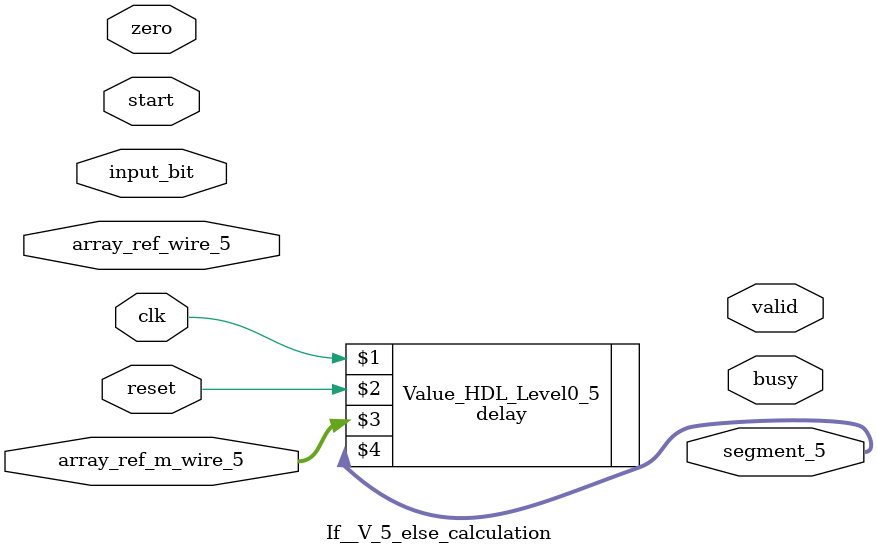
<source format=v>
module If__V_5_else_calculation(input [31:0]input_bit, input [31:0]zero, input [31:0]array_ref_wire_5, input [31:0]array_ref_m_wire_5, output [31:0]segment_5, input clk, input reset, input start, output valid, output busy);



	//Proceed with segment_5 = delay(array_ref_m_wire_5) 
	wire [31:0]segment_5;
	delay Value_HDL_Level0_5 ( clk, reset, array_ref_m_wire_5, segment_5);




endmodule

</source>
